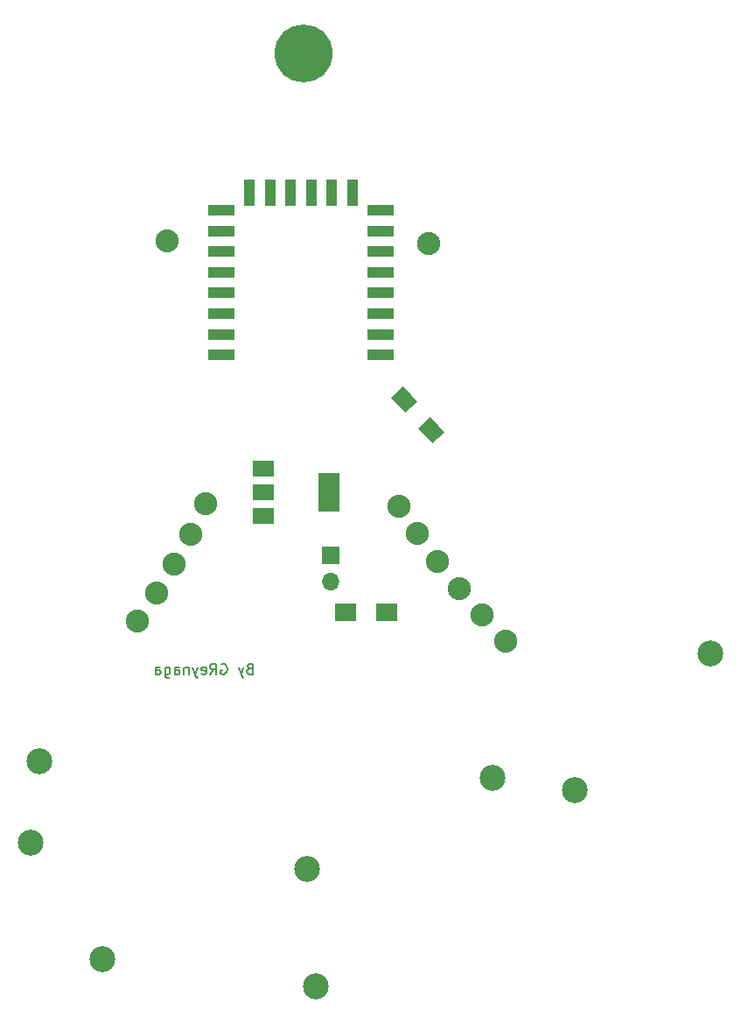
<source format=gbl>
G04 #@! TF.GenerationSoftware,KiCad,Pcbnew,(2017-05-14 revision 14bb238b3)-makepkg*
G04 #@! TF.CreationDate,2017-07-12T11:42:09-06:00*
G04 #@! TF.ProjectId,001,3030312E6B696361645F706362000000,rev?*
G04 #@! TF.FileFunction,Copper,L2,Bot,Signal*
G04 #@! TF.FilePolarity,Positive*
%FSLAX46Y46*%
G04 Gerber Fmt 4.6, Leading zero omitted, Abs format (unit mm)*
G04 Created by KiCad (PCBNEW (2017-05-14 revision 14bb238b3)-makepkg) date 07/12/17 11:42:09*
%MOMM*%
%LPD*%
G01*
G04 APERTURE LIST*
%ADD10C,0.100000*%
%ADD11C,0.152400*%
%ADD12R,2.500000X1.100000*%
%ADD13R,1.100000X2.500000*%
%ADD14C,2.235200*%
%ADD15C,1.600000*%
%ADD16R,2.000000X1.700000*%
%ADD17R,2.000000X1.500000*%
%ADD18R,2.000000X3.800000*%
%ADD19O,1.700000X1.700000*%
%ADD20R,1.700000X1.700000*%
%ADD21C,2.500000*%
%ADD22C,5.600000*%
G04 APERTURE END LIST*
D10*
D11*
X125286876Y-105812628D02*
X125141733Y-105861009D01*
X125093352Y-105909390D01*
X125044971Y-106006152D01*
X125044971Y-106151295D01*
X125093352Y-106248057D01*
X125141733Y-106296438D01*
X125238495Y-106344819D01*
X125625542Y-106344819D01*
X125625542Y-105328819D01*
X125286876Y-105328819D01*
X125190114Y-105377200D01*
X125141733Y-105425580D01*
X125093352Y-105522342D01*
X125093352Y-105619104D01*
X125141733Y-105715866D01*
X125190114Y-105764247D01*
X125286876Y-105812628D01*
X125625542Y-105812628D01*
X124706304Y-105667485D02*
X124464400Y-106344819D01*
X124222495Y-105667485D02*
X124464400Y-106344819D01*
X124561161Y-106586723D01*
X124609542Y-106635104D01*
X124706304Y-106683485D01*
X122529161Y-105377200D02*
X122625923Y-105328819D01*
X122771066Y-105328819D01*
X122916209Y-105377200D01*
X123012971Y-105473961D01*
X123061352Y-105570723D01*
X123109733Y-105764247D01*
X123109733Y-105909390D01*
X123061352Y-106102914D01*
X123012971Y-106199676D01*
X122916209Y-106296438D01*
X122771066Y-106344819D01*
X122674304Y-106344819D01*
X122529161Y-106296438D01*
X122480780Y-106248057D01*
X122480780Y-105909390D01*
X122674304Y-105909390D01*
X121464780Y-106344819D02*
X121803447Y-105861009D01*
X122045352Y-106344819D02*
X122045352Y-105328819D01*
X121658304Y-105328819D01*
X121561542Y-105377200D01*
X121513161Y-105425580D01*
X121464780Y-105522342D01*
X121464780Y-105667485D01*
X121513161Y-105764247D01*
X121561542Y-105812628D01*
X121658304Y-105861009D01*
X122045352Y-105861009D01*
X120642304Y-106296438D02*
X120739066Y-106344819D01*
X120932590Y-106344819D01*
X121029352Y-106296438D01*
X121077733Y-106199676D01*
X121077733Y-105812628D01*
X121029352Y-105715866D01*
X120932590Y-105667485D01*
X120739066Y-105667485D01*
X120642304Y-105715866D01*
X120593923Y-105812628D01*
X120593923Y-105909390D01*
X121077733Y-106006152D01*
X120255257Y-105667485D02*
X120013352Y-106344819D01*
X119771447Y-105667485D02*
X120013352Y-106344819D01*
X120110114Y-106586723D01*
X120158495Y-106635104D01*
X120255257Y-106683485D01*
X119384400Y-105667485D02*
X119384400Y-106344819D01*
X119384400Y-105764247D02*
X119336019Y-105715866D01*
X119239257Y-105667485D01*
X119094114Y-105667485D01*
X118997352Y-105715866D01*
X118948971Y-105812628D01*
X118948971Y-106344819D01*
X118029733Y-106344819D02*
X118029733Y-105812628D01*
X118078114Y-105715866D01*
X118174876Y-105667485D01*
X118368400Y-105667485D01*
X118465161Y-105715866D01*
X118029733Y-106296438D02*
X118126495Y-106344819D01*
X118368400Y-106344819D01*
X118465161Y-106296438D01*
X118513542Y-106199676D01*
X118513542Y-106102914D01*
X118465161Y-106006152D01*
X118368400Y-105957771D01*
X118126495Y-105957771D01*
X118029733Y-105909390D01*
X117110495Y-105667485D02*
X117110495Y-106489961D01*
X117158876Y-106586723D01*
X117207257Y-106635104D01*
X117304019Y-106683485D01*
X117449161Y-106683485D01*
X117545923Y-106635104D01*
X117110495Y-106296438D02*
X117207257Y-106344819D01*
X117400780Y-106344819D01*
X117497542Y-106296438D01*
X117545923Y-106248057D01*
X117594304Y-106151295D01*
X117594304Y-105861009D01*
X117545923Y-105764247D01*
X117497542Y-105715866D01*
X117400780Y-105667485D01*
X117207257Y-105667485D01*
X117110495Y-105715866D01*
X116191257Y-106344819D02*
X116191257Y-105812628D01*
X116239638Y-105715866D01*
X116336400Y-105667485D01*
X116529923Y-105667485D01*
X116626685Y-105715866D01*
X116191257Y-106296438D02*
X116288019Y-106344819D01*
X116529923Y-106344819D01*
X116626685Y-106296438D01*
X116675066Y-106199676D01*
X116675066Y-106102914D01*
X116626685Y-106006152D01*
X116529923Y-105957771D01*
X116288019Y-105957771D01*
X116191257Y-105909390D01*
D12*
X122570600Y-75491560D03*
X122570600Y-73491560D03*
X122570600Y-71491560D03*
X122570600Y-69491560D03*
X122570600Y-67491560D03*
X122570600Y-65491560D03*
X122570600Y-63491560D03*
X122570600Y-61491560D03*
X137970600Y-61491560D03*
X137970600Y-63491560D03*
X137970600Y-65491560D03*
X137970600Y-67491560D03*
X137970600Y-69491560D03*
X137970600Y-71491560D03*
X137970600Y-73491560D03*
X137970600Y-75491560D03*
D13*
X125260600Y-59791560D03*
X127260600Y-59791560D03*
X129260600Y-59791560D03*
X131260600Y-59791560D03*
X133260600Y-59791560D03*
X135260600Y-59791560D03*
D14*
X119557120Y-92824520D03*
X145551480Y-98082320D03*
X121050640Y-89837480D03*
X147766360Y-100657880D03*
X117967080Y-95730280D03*
X139719640Y-90127040D03*
X116311000Y-98458240D03*
X150082840Y-103172480D03*
X114390760Y-101176040D03*
D15*
X142904261Y-82781790D03*
D10*
G36*
X141640615Y-82573950D02*
X142829646Y-81503341D01*
X144167907Y-82989630D01*
X142978876Y-84060239D01*
X141640615Y-82573950D01*
X141640615Y-82573950D01*
G37*
D15*
X140227739Y-79809210D03*
D10*
G36*
X138964093Y-79601370D02*
X140153124Y-78530761D01*
X141491385Y-80017050D01*
X140302354Y-81087659D01*
X138964093Y-79601370D01*
X138964093Y-79601370D01*
G37*
D16*
X138588000Y-100396000D03*
X134588000Y-100396000D03*
D14*
X143478840Y-95440720D03*
X141528120Y-92758480D03*
X117316840Y-64452720D03*
D17*
X126631000Y-91063100D03*
X126631000Y-86463100D03*
X126631000Y-88763100D03*
D18*
X132931000Y-88763100D03*
D14*
X142584760Y-64737200D03*
D19*
X133121000Y-97373700D03*
D20*
X133121000Y-94833700D03*
D21*
X169894840Y-104325640D03*
X156783360Y-117538720D03*
X148782360Y-116350000D03*
X131693240Y-136548080D03*
X130839800Y-125194280D03*
X111053200Y-133865840D03*
X104093600Y-122608560D03*
X104972440Y-114724400D03*
D22*
X130514680Y-46327280D03*
M02*

</source>
